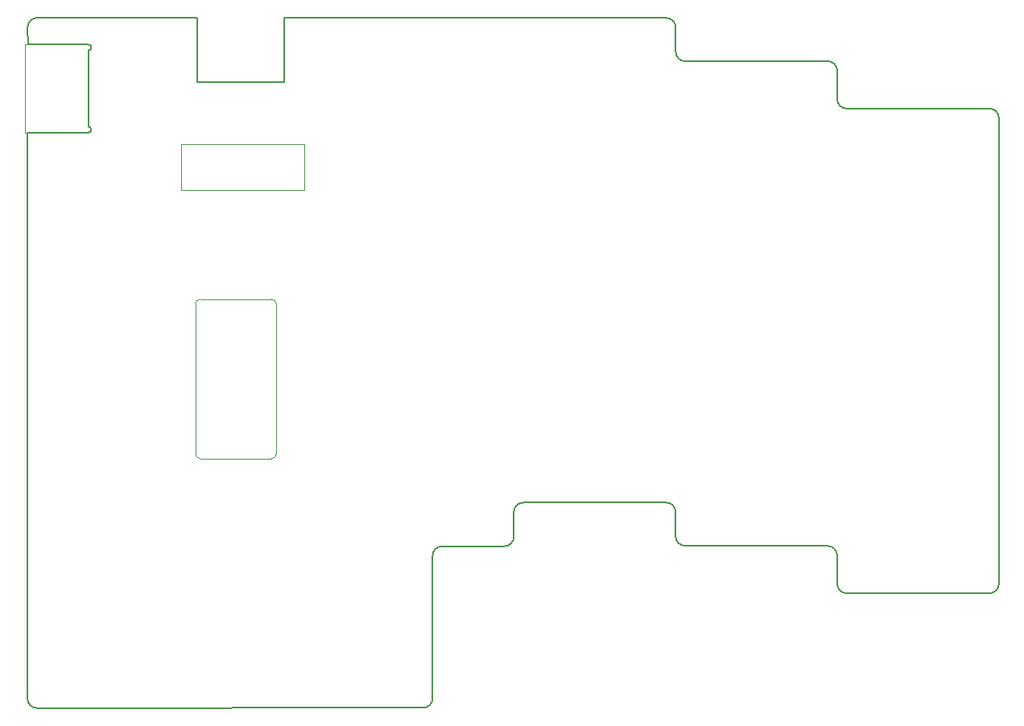
<source format=gbr>
%TF.GenerationSoftware,KiCad,Pcbnew,7.0.2*%
%TF.CreationDate,2024-03-22T10:09:10-05:00*%
%TF.ProjectId,02_capsule5_right,30325f63-6170-4737-956c-65355f726967,v1.0.0*%
%TF.SameCoordinates,Original*%
%TF.FileFunction,Profile,NP*%
%FSLAX46Y46*%
G04 Gerber Fmt 4.6, Leading zero omitted, Abs format (unit mm)*
G04 Created by KiCad (PCBNEW 7.0.2) date 2024-03-22 10:09:10*
%MOMM*%
%LPD*%
G01*
G04 APERTURE LIST*
%TA.AperFunction,Profile*%
%ADD10C,0.150000*%
%TD*%
%TA.AperFunction,Profile*%
%ADD11C,0.100000*%
%TD*%
%TA.AperFunction,Profile*%
%ADD12C,0.120000*%
%TD*%
G04 APERTURE END LIST*
D10*
X224020674Y-45712581D02*
G75*
G03*
X223016668Y-44708426I-1004274J-119D01*
G01*
X173700000Y-44700000D02*
X173700000Y-51475000D01*
X241002718Y-101260537D02*
G75*
G03*
X239998847Y-100256382I-1004218J-63D01*
G01*
X241002380Y-104236864D02*
G75*
G03*
X242006343Y-105241020I1004220J64D01*
G01*
X258023203Y-55252711D02*
X258017143Y-104238837D01*
X182825000Y-44700000D02*
X182825000Y-51475000D01*
X199463202Y-100291247D02*
G75*
G03*
X198459047Y-101295199I-102J-1004053D01*
G01*
X162280968Y-48125164D02*
G75*
G03*
X162280968Y-47525236I32J299964D01*
G01*
X208003312Y-95697257D02*
G75*
G03*
X206999157Y-96701229I88J-1004243D01*
G01*
X198459047Y-101295199D02*
X198457846Y-116291669D01*
X205996892Y-100287184D02*
X199463202Y-100291280D01*
X156869042Y-44700000D02*
X173700000Y-44700000D01*
X241014407Y-50265578D02*
X241012047Y-53247288D01*
X155834875Y-116302870D02*
G75*
G03*
X156838785Y-117307025I1004125J-30D01*
G01*
X224019707Y-48269237D02*
G75*
G03*
X225023550Y-49273393I1004193J37D01*
G01*
X156869042Y-44699987D02*
G75*
G03*
X155864887Y-45703919I158J-1004313D01*
G01*
X162280968Y-56765164D02*
G75*
G03*
X162280968Y-56165236I32J299964D01*
G01*
X241012056Y-53247288D02*
G75*
G03*
X242015967Y-54251444I1004144J-12D01*
G01*
X239998847Y-100256382D02*
X225015383Y-100253863D01*
X241002766Y-101260537D02*
X241002424Y-104236864D01*
X155849042Y-56765000D02*
X155834866Y-116302870D01*
X197453691Y-117295588D02*
X156838785Y-117307025D01*
X197453691Y-117295546D02*
G75*
G03*
X198457846Y-116291669I-91J1004246D01*
G01*
X241014477Y-50265578D02*
G75*
G03*
X240010488Y-49261423I-1004177J-22D01*
G01*
X240010488Y-49261423D02*
X225023550Y-49273393D01*
X224013425Y-96703080D02*
X224011464Y-99249708D01*
X223016668Y-44708426D02*
X182825000Y-44700000D01*
X224014304Y-96698251D02*
G75*
G03*
X223010392Y-95694096I-1004304J-149D01*
G01*
X257012988Y-105242756D02*
X242006343Y-105241020D01*
X258023145Y-55252711D02*
G75*
G03*
X257019284Y-54248555I-1004245J-89D01*
G01*
X155880968Y-56765236D02*
X155849042Y-56765000D01*
X162280968Y-56165236D02*
X162280968Y-48125236D01*
X155880968Y-56765236D02*
X162280968Y-56765236D01*
X182825000Y-51475000D02*
X173700000Y-51475000D01*
X155865123Y-45704155D02*
X155880968Y-47525236D01*
D11*
X172000000Y-58000000D02*
X184950000Y-58000000D01*
X184950000Y-62850000D01*
X172000000Y-62850000D01*
X172000000Y-58000000D01*
D10*
X257012988Y-105242743D02*
G75*
G03*
X258017143Y-104238837I12J1004143D01*
G01*
X162280968Y-47525236D02*
X155880968Y-47525236D01*
X223010392Y-95694096D02*
X208003312Y-95697309D01*
X205996892Y-100287147D02*
G75*
G03*
X207001047Y-99283265I-92J1004247D01*
G01*
X224020587Y-45712581D02*
X224019631Y-48269237D01*
X242015967Y-54251444D02*
X257019284Y-54248555D01*
X224011537Y-99249708D02*
G75*
G03*
X225015383Y-100253863I1004263J108D01*
G01*
X206999157Y-96701229D02*
X207001047Y-99283265D01*
D11*
%TO.C,U3*%
X173512613Y-90565729D02*
X173512613Y-74815729D01*
X174012613Y-74315729D02*
X181512613Y-74315729D01*
X174012613Y-91065729D02*
X181512613Y-91065729D01*
X182012613Y-74815729D02*
X182012613Y-90565729D01*
X174012613Y-74315729D02*
G75*
G03*
X173512613Y-74815729I1J-500001D01*
G01*
X173512613Y-90565729D02*
G75*
G03*
X174012613Y-91065729I499988J-12D01*
G01*
X182012606Y-74815729D02*
G75*
G03*
X181512613Y-74315729I-500029J-29D01*
G01*
X181512613Y-91065734D02*
G75*
G03*
X182012613Y-90565729I-6J500006D01*
G01*
D12*
%TO.C,J1*%
X155584190Y-56764234D02*
X162284190Y-56764234D01*
X155584190Y-56764234D02*
X155584190Y-47524234D01*
X162284190Y-56164234D02*
X162284190Y-48124234D01*
X162284190Y-47524234D02*
X155584190Y-47524234D01*
X162284190Y-56764234D02*
G75*
G03*
X162284190Y-56164234I0J300000D01*
G01*
X162284190Y-48124234D02*
G75*
G03*
X162284190Y-47524234I0J300000D01*
G01*
%TD*%
M02*

</source>
